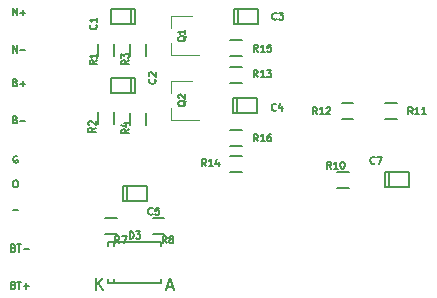
<source format=gto>
G04 #@! TF.FileFunction,Legend,Top*
%FSLAX46Y46*%
G04 Gerber Fmt 4.6, Leading zero omitted, Abs format (unit mm)*
G04 Created by KiCad (PCBNEW 4.0.4-1.fc24-product) date Thu Mar  1 09:38:40 2018*
%MOMM*%
%LPD*%
G01*
G04 APERTURE LIST*
%ADD10C,0.100000*%
%ADD11C,0.150000*%
%ADD12C,0.120000*%
G04 APERTURE END LIST*
D10*
D11*
X125742857Y-99382143D02*
X125828571Y-99410714D01*
X125857143Y-99439286D01*
X125885714Y-99496429D01*
X125885714Y-99582143D01*
X125857143Y-99639286D01*
X125828571Y-99667857D01*
X125771429Y-99696429D01*
X125542857Y-99696429D01*
X125542857Y-99096429D01*
X125742857Y-99096429D01*
X125800000Y-99125000D01*
X125828571Y-99153571D01*
X125857143Y-99210714D01*
X125857143Y-99267857D01*
X125828571Y-99325000D01*
X125800000Y-99353571D01*
X125742857Y-99382143D01*
X125542857Y-99382143D01*
X126057143Y-99096429D02*
X126400000Y-99096429D01*
X126228571Y-99696429D02*
X126228571Y-99096429D01*
X126600000Y-99467857D02*
X127057143Y-99467857D01*
X125742857Y-102532143D02*
X125828571Y-102560714D01*
X125857143Y-102589286D01*
X125885714Y-102646429D01*
X125885714Y-102732143D01*
X125857143Y-102789286D01*
X125828571Y-102817857D01*
X125771429Y-102846429D01*
X125542857Y-102846429D01*
X125542857Y-102246429D01*
X125742857Y-102246429D01*
X125800000Y-102275000D01*
X125828571Y-102303571D01*
X125857143Y-102360714D01*
X125857143Y-102417857D01*
X125828571Y-102475000D01*
X125800000Y-102503571D01*
X125742857Y-102532143D01*
X125542857Y-102532143D01*
X126057143Y-102246429D02*
X126400000Y-102246429D01*
X126228571Y-102846429D02*
X126228571Y-102246429D01*
X126600000Y-102617857D02*
X127057143Y-102617857D01*
X126828572Y-102846429D02*
X126828572Y-102389286D01*
X126057143Y-91600000D02*
X126000000Y-91571429D01*
X125914286Y-91571429D01*
X125828571Y-91600000D01*
X125771429Y-91657143D01*
X125742857Y-91714286D01*
X125714286Y-91828571D01*
X125714286Y-91914286D01*
X125742857Y-92028571D01*
X125771429Y-92085714D01*
X125828571Y-92142857D01*
X125914286Y-92171429D01*
X125971429Y-92171429D01*
X126057143Y-92142857D01*
X126085714Y-92114286D01*
X126085714Y-91914286D01*
X125971429Y-91914286D01*
X125842858Y-93671429D02*
X125957144Y-93671429D01*
X126014286Y-93700000D01*
X126071429Y-93757143D01*
X126100001Y-93871429D01*
X126100001Y-94071429D01*
X126071429Y-94185714D01*
X126014286Y-94242857D01*
X125957144Y-94271429D01*
X125842858Y-94271429D01*
X125785715Y-94242857D01*
X125728572Y-94185714D01*
X125700001Y-94071429D01*
X125700001Y-93871429D01*
X125728572Y-93757143D01*
X125785715Y-93700000D01*
X125842858Y-93671429D01*
X125671429Y-96142857D02*
X126128572Y-96142857D01*
X125871429Y-85382143D02*
X125957143Y-85410714D01*
X125985715Y-85439286D01*
X126014286Y-85496429D01*
X126014286Y-85582143D01*
X125985715Y-85639286D01*
X125957143Y-85667857D01*
X125900001Y-85696429D01*
X125671429Y-85696429D01*
X125671429Y-85096429D01*
X125871429Y-85096429D01*
X125928572Y-85125000D01*
X125957143Y-85153571D01*
X125985715Y-85210714D01*
X125985715Y-85267857D01*
X125957143Y-85325000D01*
X125928572Y-85353571D01*
X125871429Y-85382143D01*
X125671429Y-85382143D01*
X126271429Y-85467857D02*
X126728572Y-85467857D01*
X126500001Y-85696429D02*
X126500001Y-85239286D01*
X125871429Y-88532143D02*
X125957143Y-88560714D01*
X125985715Y-88589286D01*
X126014286Y-88646429D01*
X126014286Y-88732143D01*
X125985715Y-88789286D01*
X125957143Y-88817857D01*
X125900001Y-88846429D01*
X125671429Y-88846429D01*
X125671429Y-88246429D01*
X125871429Y-88246429D01*
X125928572Y-88275000D01*
X125957143Y-88303571D01*
X125985715Y-88360714D01*
X125985715Y-88417857D01*
X125957143Y-88475000D01*
X125928572Y-88503571D01*
X125871429Y-88532143D01*
X125671429Y-88532143D01*
X126271429Y-88617857D02*
X126728572Y-88617857D01*
X125657143Y-79696429D02*
X125657143Y-79096429D01*
X126000000Y-79696429D01*
X126000000Y-79096429D01*
X126285714Y-79467857D02*
X126742857Y-79467857D01*
X126514286Y-79696429D02*
X126514286Y-79239286D01*
X125657143Y-82846429D02*
X125657143Y-82246429D01*
X126000000Y-82846429D01*
X126000000Y-82246429D01*
X126285714Y-82617857D02*
X126742857Y-82617857D01*
X134500000Y-98175000D02*
X133500000Y-98175000D01*
X133500000Y-96825000D02*
X134500000Y-96825000D01*
X135635000Y-79165000D02*
X135635000Y-80435000D01*
X133984000Y-79165000D02*
X133984000Y-80435000D01*
X133984000Y-80435000D02*
X136016000Y-80435000D01*
X136016000Y-80435000D02*
X136016000Y-79165000D01*
X136016000Y-79165000D02*
X133984000Y-79165000D01*
X135635000Y-84965000D02*
X135635000Y-86235000D01*
X133984000Y-84965000D02*
X133984000Y-86235000D01*
X133984000Y-86235000D02*
X136016000Y-86235000D01*
X136016000Y-86235000D02*
X136016000Y-84965000D01*
X136016000Y-84965000D02*
X133984000Y-84965000D01*
X144765000Y-80435000D02*
X144765000Y-79165000D01*
X146416000Y-80435000D02*
X146416000Y-79165000D01*
X146416000Y-79165000D02*
X144384000Y-79165000D01*
X144384000Y-79165000D02*
X144384000Y-80435000D01*
X144384000Y-80435000D02*
X146416000Y-80435000D01*
X144665000Y-87935000D02*
X144665000Y-86665000D01*
X146316000Y-87935000D02*
X146316000Y-86665000D01*
X146316000Y-86665000D02*
X144284000Y-86665000D01*
X144284000Y-86665000D02*
X144284000Y-87935000D01*
X144284000Y-87935000D02*
X146316000Y-87935000D01*
X135365000Y-95435000D02*
X135365000Y-94165000D01*
X137016000Y-95435000D02*
X137016000Y-94165000D01*
X137016000Y-94165000D02*
X134984000Y-94165000D01*
X134984000Y-94165000D02*
X134984000Y-95435000D01*
X134984000Y-95435000D02*
X137016000Y-95435000D01*
X157541020Y-94235000D02*
X157541020Y-92965000D01*
X159192020Y-94235000D02*
X159192020Y-92965000D01*
X159192020Y-92965000D02*
X157160020Y-92965000D01*
X157160020Y-92965000D02*
X157160020Y-94235000D01*
X157160020Y-94235000D02*
X159192020Y-94235000D01*
D12*
X141450000Y-83050000D02*
X139050000Y-83050000D01*
X139050000Y-83050000D02*
X139050000Y-82000000D01*
X140850000Y-79750000D02*
X139050000Y-79750000D01*
X139050000Y-79750000D02*
X139050000Y-80800000D01*
X141450000Y-88550000D02*
X139050000Y-88550000D01*
X139050000Y-88550000D02*
X139050000Y-87500000D01*
X140850000Y-85250000D02*
X139050000Y-85250000D01*
X139050000Y-85250000D02*
X139050000Y-86300000D01*
D11*
X132925000Y-83100000D02*
X132925000Y-82100000D01*
X134275000Y-82100000D02*
X134275000Y-83100000D01*
X132925000Y-88900000D02*
X132925000Y-87900000D01*
X134275000Y-87900000D02*
X134275000Y-88900000D01*
X135625000Y-83100000D02*
X135625000Y-82100000D01*
X136975000Y-82100000D02*
X136975000Y-83100000D01*
X135625000Y-88950000D02*
X135625000Y-87950000D01*
X136975000Y-87950000D02*
X136975000Y-88950000D01*
X138500000Y-98175000D02*
X137500000Y-98175000D01*
X137500000Y-96825000D02*
X138500000Y-96825000D01*
X153100000Y-92925000D02*
X154100000Y-92925000D01*
X154100000Y-94275000D02*
X153100000Y-94275000D01*
X157200000Y-87125000D02*
X158200000Y-87125000D01*
X158200000Y-88475000D02*
X157200000Y-88475000D01*
X153500000Y-87125000D02*
X154500000Y-87125000D01*
X154500000Y-88475000D02*
X153500000Y-88475000D01*
X134200860Y-102350060D02*
X134200860Y-101999540D01*
X134200860Y-98849940D02*
X134200860Y-99200460D01*
X138250440Y-102350060D02*
X138250440Y-101999540D01*
X133749560Y-102350060D02*
X133749560Y-101999540D01*
X133749560Y-98849940D02*
X133749560Y-99200460D01*
X138250440Y-98849940D02*
X138250440Y-99200460D01*
X133749560Y-102350060D02*
X138250440Y-102350060D01*
X133749560Y-98849940D02*
X138250440Y-98849940D01*
X145100000Y-85425000D02*
X144100000Y-85425000D01*
X144100000Y-84075000D02*
X145100000Y-84075000D01*
X144100000Y-91625000D02*
X145100000Y-91625000D01*
X145100000Y-92975000D02*
X144100000Y-92975000D01*
X144100000Y-81825000D02*
X145100000Y-81825000D01*
X145100000Y-83175000D02*
X144100000Y-83175000D01*
X144100000Y-89425000D02*
X145100000Y-89425000D01*
X145100000Y-90775000D02*
X144100000Y-90775000D01*
X134700000Y-98971429D02*
X134500000Y-98685714D01*
X134357143Y-98971429D02*
X134357143Y-98371429D01*
X134585715Y-98371429D01*
X134642857Y-98400000D01*
X134671429Y-98428571D01*
X134700000Y-98485714D01*
X134700000Y-98571429D01*
X134671429Y-98628571D01*
X134642857Y-98657143D01*
X134585715Y-98685714D01*
X134357143Y-98685714D01*
X134900000Y-98371429D02*
X135300000Y-98371429D01*
X135042857Y-98971429D01*
X132714286Y-80500000D02*
X132742857Y-80528571D01*
X132771429Y-80614285D01*
X132771429Y-80671428D01*
X132742857Y-80757143D01*
X132685714Y-80814285D01*
X132628571Y-80842857D01*
X132514286Y-80871428D01*
X132428571Y-80871428D01*
X132314286Y-80842857D01*
X132257143Y-80814285D01*
X132200000Y-80757143D01*
X132171429Y-80671428D01*
X132171429Y-80614285D01*
X132200000Y-80528571D01*
X132228571Y-80500000D01*
X132771429Y-79928571D02*
X132771429Y-80271428D01*
X132771429Y-80100000D02*
X132171429Y-80100000D01*
X132257143Y-80157143D01*
X132314286Y-80214285D01*
X132342857Y-80271428D01*
X137714286Y-85100000D02*
X137742857Y-85128571D01*
X137771429Y-85214285D01*
X137771429Y-85271428D01*
X137742857Y-85357143D01*
X137685714Y-85414285D01*
X137628571Y-85442857D01*
X137514286Y-85471428D01*
X137428571Y-85471428D01*
X137314286Y-85442857D01*
X137257143Y-85414285D01*
X137200000Y-85357143D01*
X137171429Y-85271428D01*
X137171429Y-85214285D01*
X137200000Y-85128571D01*
X137228571Y-85100000D01*
X137228571Y-84871428D02*
X137200000Y-84842857D01*
X137171429Y-84785714D01*
X137171429Y-84642857D01*
X137200000Y-84585714D01*
X137228571Y-84557143D01*
X137285714Y-84528571D01*
X137342857Y-84528571D01*
X137428571Y-84557143D01*
X137771429Y-84900000D01*
X137771429Y-84528571D01*
X148000000Y-80014286D02*
X147971429Y-80042857D01*
X147885715Y-80071429D01*
X147828572Y-80071429D01*
X147742857Y-80042857D01*
X147685715Y-79985714D01*
X147657143Y-79928571D01*
X147628572Y-79814286D01*
X147628572Y-79728571D01*
X147657143Y-79614286D01*
X147685715Y-79557143D01*
X147742857Y-79500000D01*
X147828572Y-79471429D01*
X147885715Y-79471429D01*
X147971429Y-79500000D01*
X148000000Y-79528571D01*
X148200000Y-79471429D02*
X148571429Y-79471429D01*
X148371429Y-79700000D01*
X148457143Y-79700000D01*
X148514286Y-79728571D01*
X148542857Y-79757143D01*
X148571429Y-79814286D01*
X148571429Y-79957143D01*
X148542857Y-80014286D01*
X148514286Y-80042857D01*
X148457143Y-80071429D01*
X148285715Y-80071429D01*
X148228572Y-80042857D01*
X148200000Y-80014286D01*
X147950000Y-87714286D02*
X147921429Y-87742857D01*
X147835715Y-87771429D01*
X147778572Y-87771429D01*
X147692857Y-87742857D01*
X147635715Y-87685714D01*
X147607143Y-87628571D01*
X147578572Y-87514286D01*
X147578572Y-87428571D01*
X147607143Y-87314286D01*
X147635715Y-87257143D01*
X147692857Y-87200000D01*
X147778572Y-87171429D01*
X147835715Y-87171429D01*
X147921429Y-87200000D01*
X147950000Y-87228571D01*
X148464286Y-87371429D02*
X148464286Y-87771429D01*
X148321429Y-87142857D02*
X148178572Y-87571429D01*
X148550000Y-87571429D01*
X137500000Y-96514286D02*
X137471429Y-96542857D01*
X137385715Y-96571429D01*
X137328572Y-96571429D01*
X137242857Y-96542857D01*
X137185715Y-96485714D01*
X137157143Y-96428571D01*
X137128572Y-96314286D01*
X137128572Y-96228571D01*
X137157143Y-96114286D01*
X137185715Y-96057143D01*
X137242857Y-96000000D01*
X137328572Y-95971429D01*
X137385715Y-95971429D01*
X137471429Y-96000000D01*
X137500000Y-96028571D01*
X138042857Y-95971429D02*
X137757143Y-95971429D01*
X137728572Y-96257143D01*
X137757143Y-96228571D01*
X137814286Y-96200000D01*
X137957143Y-96200000D01*
X138014286Y-96228571D01*
X138042857Y-96257143D01*
X138071429Y-96314286D01*
X138071429Y-96457143D01*
X138042857Y-96514286D01*
X138014286Y-96542857D01*
X137957143Y-96571429D01*
X137814286Y-96571429D01*
X137757143Y-96542857D01*
X137728572Y-96514286D01*
X156300000Y-92214286D02*
X156271429Y-92242857D01*
X156185715Y-92271429D01*
X156128572Y-92271429D01*
X156042857Y-92242857D01*
X155985715Y-92185714D01*
X155957143Y-92128571D01*
X155928572Y-92014286D01*
X155928572Y-91928571D01*
X155957143Y-91814286D01*
X155985715Y-91757143D01*
X156042857Y-91700000D01*
X156128572Y-91671429D01*
X156185715Y-91671429D01*
X156271429Y-91700000D01*
X156300000Y-91728571D01*
X156500000Y-91671429D02*
X156900000Y-91671429D01*
X156642857Y-92271429D01*
X140328571Y-81457143D02*
X140300000Y-81514286D01*
X140242857Y-81571429D01*
X140157143Y-81657143D01*
X140128571Y-81714286D01*
X140128571Y-81771429D01*
X140271429Y-81742857D02*
X140242857Y-81800000D01*
X140185714Y-81857143D01*
X140071429Y-81885714D01*
X139871429Y-81885714D01*
X139757143Y-81857143D01*
X139700000Y-81800000D01*
X139671429Y-81742857D01*
X139671429Y-81628571D01*
X139700000Y-81571429D01*
X139757143Y-81514286D01*
X139871429Y-81485714D01*
X140071429Y-81485714D01*
X140185714Y-81514286D01*
X140242857Y-81571429D01*
X140271429Y-81628571D01*
X140271429Y-81742857D01*
X140271429Y-80914286D02*
X140271429Y-81257143D01*
X140271429Y-81085715D02*
X139671429Y-81085715D01*
X139757143Y-81142858D01*
X139814286Y-81200000D01*
X139842857Y-81257143D01*
X140333333Y-86932143D02*
X140304762Y-86989286D01*
X140247619Y-87046429D01*
X140161905Y-87132143D01*
X140133333Y-87189286D01*
X140133333Y-87246429D01*
X140276191Y-87217857D02*
X140247619Y-87275000D01*
X140190476Y-87332143D01*
X140076191Y-87360714D01*
X139876191Y-87360714D01*
X139761905Y-87332143D01*
X139704762Y-87275000D01*
X139676191Y-87217857D01*
X139676191Y-87103571D01*
X139704762Y-87046429D01*
X139761905Y-86989286D01*
X139876191Y-86960714D01*
X140076191Y-86960714D01*
X140190476Y-86989286D01*
X140247619Y-87046429D01*
X140276191Y-87103571D01*
X140276191Y-87217857D01*
X139733333Y-86732143D02*
X139704762Y-86703572D01*
X139676191Y-86646429D01*
X139676191Y-86503572D01*
X139704762Y-86446429D01*
X139733333Y-86417858D01*
X139790476Y-86389286D01*
X139847619Y-86389286D01*
X139933333Y-86417858D01*
X140276191Y-86760715D01*
X140276191Y-86389286D01*
X132771429Y-83500000D02*
X132485714Y-83700000D01*
X132771429Y-83842857D02*
X132171429Y-83842857D01*
X132171429Y-83614285D01*
X132200000Y-83557143D01*
X132228571Y-83528571D01*
X132285714Y-83500000D01*
X132371429Y-83500000D01*
X132428571Y-83528571D01*
X132457143Y-83557143D01*
X132485714Y-83614285D01*
X132485714Y-83842857D01*
X132771429Y-82928571D02*
X132771429Y-83271428D01*
X132771429Y-83100000D02*
X132171429Y-83100000D01*
X132257143Y-83157143D01*
X132314286Y-83214285D01*
X132342857Y-83271428D01*
X132671429Y-89200000D02*
X132385714Y-89400000D01*
X132671429Y-89542857D02*
X132071429Y-89542857D01*
X132071429Y-89314285D01*
X132100000Y-89257143D01*
X132128571Y-89228571D01*
X132185714Y-89200000D01*
X132271429Y-89200000D01*
X132328571Y-89228571D01*
X132357143Y-89257143D01*
X132385714Y-89314285D01*
X132385714Y-89542857D01*
X132128571Y-88971428D02*
X132100000Y-88942857D01*
X132071429Y-88885714D01*
X132071429Y-88742857D01*
X132100000Y-88685714D01*
X132128571Y-88657143D01*
X132185714Y-88628571D01*
X132242857Y-88628571D01*
X132328571Y-88657143D01*
X132671429Y-89000000D01*
X132671429Y-88628571D01*
X135471429Y-83500000D02*
X135185714Y-83700000D01*
X135471429Y-83842857D02*
X134871429Y-83842857D01*
X134871429Y-83614285D01*
X134900000Y-83557143D01*
X134928571Y-83528571D01*
X134985714Y-83500000D01*
X135071429Y-83500000D01*
X135128571Y-83528571D01*
X135157143Y-83557143D01*
X135185714Y-83614285D01*
X135185714Y-83842857D01*
X134871429Y-83300000D02*
X134871429Y-82928571D01*
X135100000Y-83128571D01*
X135100000Y-83042857D01*
X135128571Y-82985714D01*
X135157143Y-82957143D01*
X135214286Y-82928571D01*
X135357143Y-82928571D01*
X135414286Y-82957143D01*
X135442857Y-82985714D01*
X135471429Y-83042857D01*
X135471429Y-83214285D01*
X135442857Y-83271428D01*
X135414286Y-83300000D01*
X135471429Y-89350000D02*
X135185714Y-89550000D01*
X135471429Y-89692857D02*
X134871429Y-89692857D01*
X134871429Y-89464285D01*
X134900000Y-89407143D01*
X134928571Y-89378571D01*
X134985714Y-89350000D01*
X135071429Y-89350000D01*
X135128571Y-89378571D01*
X135157143Y-89407143D01*
X135185714Y-89464285D01*
X135185714Y-89692857D01*
X135071429Y-88835714D02*
X135471429Y-88835714D01*
X134842857Y-88978571D02*
X135271429Y-89121428D01*
X135271429Y-88750000D01*
X138700000Y-98971429D02*
X138500000Y-98685714D01*
X138357143Y-98971429D02*
X138357143Y-98371429D01*
X138585715Y-98371429D01*
X138642857Y-98400000D01*
X138671429Y-98428571D01*
X138700000Y-98485714D01*
X138700000Y-98571429D01*
X138671429Y-98628571D01*
X138642857Y-98657143D01*
X138585715Y-98685714D01*
X138357143Y-98685714D01*
X139042857Y-98628571D02*
X138985715Y-98600000D01*
X138957143Y-98571429D01*
X138928572Y-98514286D01*
X138928572Y-98485714D01*
X138957143Y-98428571D01*
X138985715Y-98400000D01*
X139042857Y-98371429D01*
X139157143Y-98371429D01*
X139214286Y-98400000D01*
X139242857Y-98428571D01*
X139271429Y-98485714D01*
X139271429Y-98514286D01*
X139242857Y-98571429D01*
X139214286Y-98600000D01*
X139157143Y-98628571D01*
X139042857Y-98628571D01*
X138985715Y-98657143D01*
X138957143Y-98685714D01*
X138928572Y-98742857D01*
X138928572Y-98857143D01*
X138957143Y-98914286D01*
X138985715Y-98942857D01*
X139042857Y-98971429D01*
X139157143Y-98971429D01*
X139214286Y-98942857D01*
X139242857Y-98914286D01*
X139271429Y-98857143D01*
X139271429Y-98742857D01*
X139242857Y-98685714D01*
X139214286Y-98657143D01*
X139157143Y-98628571D01*
X152614285Y-92671429D02*
X152414285Y-92385714D01*
X152271428Y-92671429D02*
X152271428Y-92071429D01*
X152500000Y-92071429D01*
X152557142Y-92100000D01*
X152585714Y-92128571D01*
X152614285Y-92185714D01*
X152614285Y-92271429D01*
X152585714Y-92328571D01*
X152557142Y-92357143D01*
X152500000Y-92385714D01*
X152271428Y-92385714D01*
X153185714Y-92671429D02*
X152842857Y-92671429D01*
X153014285Y-92671429D02*
X153014285Y-92071429D01*
X152957142Y-92157143D01*
X152900000Y-92214286D01*
X152842857Y-92242857D01*
X153557143Y-92071429D02*
X153614286Y-92071429D01*
X153671429Y-92100000D01*
X153700000Y-92128571D01*
X153728571Y-92185714D01*
X153757143Y-92300000D01*
X153757143Y-92442857D01*
X153728571Y-92557143D01*
X153700000Y-92614286D01*
X153671429Y-92642857D01*
X153614286Y-92671429D01*
X153557143Y-92671429D01*
X153500000Y-92642857D01*
X153471429Y-92614286D01*
X153442857Y-92557143D01*
X153414286Y-92442857D01*
X153414286Y-92300000D01*
X153442857Y-92185714D01*
X153471429Y-92128571D01*
X153500000Y-92100000D01*
X153557143Y-92071429D01*
X159514285Y-88071429D02*
X159314285Y-87785714D01*
X159171428Y-88071429D02*
X159171428Y-87471429D01*
X159400000Y-87471429D01*
X159457142Y-87500000D01*
X159485714Y-87528571D01*
X159514285Y-87585714D01*
X159514285Y-87671429D01*
X159485714Y-87728571D01*
X159457142Y-87757143D01*
X159400000Y-87785714D01*
X159171428Y-87785714D01*
X160085714Y-88071429D02*
X159742857Y-88071429D01*
X159914285Y-88071429D02*
X159914285Y-87471429D01*
X159857142Y-87557143D01*
X159800000Y-87614286D01*
X159742857Y-87642857D01*
X160657143Y-88071429D02*
X160314286Y-88071429D01*
X160485714Y-88071429D02*
X160485714Y-87471429D01*
X160428571Y-87557143D01*
X160371429Y-87614286D01*
X160314286Y-87642857D01*
X151414285Y-88071429D02*
X151214285Y-87785714D01*
X151071428Y-88071429D02*
X151071428Y-87471429D01*
X151300000Y-87471429D01*
X151357142Y-87500000D01*
X151385714Y-87528571D01*
X151414285Y-87585714D01*
X151414285Y-87671429D01*
X151385714Y-87728571D01*
X151357142Y-87757143D01*
X151300000Y-87785714D01*
X151071428Y-87785714D01*
X151985714Y-88071429D02*
X151642857Y-88071429D01*
X151814285Y-88071429D02*
X151814285Y-87471429D01*
X151757142Y-87557143D01*
X151700000Y-87614286D01*
X151642857Y-87642857D01*
X152214286Y-87528571D02*
X152242857Y-87500000D01*
X152300000Y-87471429D01*
X152442857Y-87471429D01*
X152500000Y-87500000D01*
X152528571Y-87528571D01*
X152557143Y-87585714D01*
X152557143Y-87642857D01*
X152528571Y-87728571D01*
X152185714Y-88071429D01*
X152557143Y-88071429D01*
X135557143Y-98596428D02*
X135557143Y-97996428D01*
X135700000Y-97996428D01*
X135785715Y-98024999D01*
X135842857Y-98082142D01*
X135871429Y-98139285D01*
X135900000Y-98253570D01*
X135900000Y-98339285D01*
X135871429Y-98453570D01*
X135842857Y-98510713D01*
X135785715Y-98567856D01*
X135700000Y-98596428D01*
X135557143Y-98596428D01*
X136100000Y-97996428D02*
X136471429Y-97996428D01*
X136271429Y-98224999D01*
X136357143Y-98224999D01*
X136414286Y-98253570D01*
X136442857Y-98282142D01*
X136471429Y-98339285D01*
X136471429Y-98482142D01*
X136442857Y-98539285D01*
X136414286Y-98567856D01*
X136357143Y-98596428D01*
X136185715Y-98596428D01*
X136128572Y-98567856D01*
X136100000Y-98539285D01*
X132738095Y-102952381D02*
X132738095Y-101952381D01*
X133309524Y-102952381D02*
X132880952Y-102380952D01*
X133309524Y-101952381D02*
X132738095Y-102523810D01*
X138761905Y-102666667D02*
X139238096Y-102666667D01*
X138666667Y-102952381D02*
X139000000Y-101952381D01*
X139333334Y-102952381D01*
X146414285Y-84921429D02*
X146214285Y-84635714D01*
X146071428Y-84921429D02*
X146071428Y-84321429D01*
X146300000Y-84321429D01*
X146357142Y-84350000D01*
X146385714Y-84378571D01*
X146414285Y-84435714D01*
X146414285Y-84521429D01*
X146385714Y-84578571D01*
X146357142Y-84607143D01*
X146300000Y-84635714D01*
X146071428Y-84635714D01*
X146985714Y-84921429D02*
X146642857Y-84921429D01*
X146814285Y-84921429D02*
X146814285Y-84321429D01*
X146757142Y-84407143D01*
X146700000Y-84464286D01*
X146642857Y-84492857D01*
X147185714Y-84321429D02*
X147557143Y-84321429D01*
X147357143Y-84550000D01*
X147442857Y-84550000D01*
X147500000Y-84578571D01*
X147528571Y-84607143D01*
X147557143Y-84664286D01*
X147557143Y-84807143D01*
X147528571Y-84864286D01*
X147500000Y-84892857D01*
X147442857Y-84921429D01*
X147271429Y-84921429D01*
X147214286Y-84892857D01*
X147185714Y-84864286D01*
X142014285Y-92471429D02*
X141814285Y-92185714D01*
X141671428Y-92471429D02*
X141671428Y-91871429D01*
X141900000Y-91871429D01*
X141957142Y-91900000D01*
X141985714Y-91928571D01*
X142014285Y-91985714D01*
X142014285Y-92071429D01*
X141985714Y-92128571D01*
X141957142Y-92157143D01*
X141900000Y-92185714D01*
X141671428Y-92185714D01*
X142585714Y-92471429D02*
X142242857Y-92471429D01*
X142414285Y-92471429D02*
X142414285Y-91871429D01*
X142357142Y-91957143D01*
X142300000Y-92014286D01*
X142242857Y-92042857D01*
X143100000Y-92071429D02*
X143100000Y-92471429D01*
X142957143Y-91842857D02*
X142814286Y-92271429D01*
X143185714Y-92271429D01*
X146414285Y-82771429D02*
X146214285Y-82485714D01*
X146071428Y-82771429D02*
X146071428Y-82171429D01*
X146300000Y-82171429D01*
X146357142Y-82200000D01*
X146385714Y-82228571D01*
X146414285Y-82285714D01*
X146414285Y-82371429D01*
X146385714Y-82428571D01*
X146357142Y-82457143D01*
X146300000Y-82485714D01*
X146071428Y-82485714D01*
X146985714Y-82771429D02*
X146642857Y-82771429D01*
X146814285Y-82771429D02*
X146814285Y-82171429D01*
X146757142Y-82257143D01*
X146700000Y-82314286D01*
X146642857Y-82342857D01*
X147528571Y-82171429D02*
X147242857Y-82171429D01*
X147214286Y-82457143D01*
X147242857Y-82428571D01*
X147300000Y-82400000D01*
X147442857Y-82400000D01*
X147500000Y-82428571D01*
X147528571Y-82457143D01*
X147557143Y-82514286D01*
X147557143Y-82657143D01*
X147528571Y-82714286D01*
X147500000Y-82742857D01*
X147442857Y-82771429D01*
X147300000Y-82771429D01*
X147242857Y-82742857D01*
X147214286Y-82714286D01*
X146414285Y-90371429D02*
X146214285Y-90085714D01*
X146071428Y-90371429D02*
X146071428Y-89771429D01*
X146300000Y-89771429D01*
X146357142Y-89800000D01*
X146385714Y-89828571D01*
X146414285Y-89885714D01*
X146414285Y-89971429D01*
X146385714Y-90028571D01*
X146357142Y-90057143D01*
X146300000Y-90085714D01*
X146071428Y-90085714D01*
X146985714Y-90371429D02*
X146642857Y-90371429D01*
X146814285Y-90371429D02*
X146814285Y-89771429D01*
X146757142Y-89857143D01*
X146700000Y-89914286D01*
X146642857Y-89942857D01*
X147500000Y-89771429D02*
X147385714Y-89771429D01*
X147328571Y-89800000D01*
X147300000Y-89828571D01*
X147242857Y-89914286D01*
X147214286Y-90028571D01*
X147214286Y-90257143D01*
X147242857Y-90314286D01*
X147271429Y-90342857D01*
X147328571Y-90371429D01*
X147442857Y-90371429D01*
X147500000Y-90342857D01*
X147528571Y-90314286D01*
X147557143Y-90257143D01*
X147557143Y-90114286D01*
X147528571Y-90057143D01*
X147500000Y-90028571D01*
X147442857Y-90000000D01*
X147328571Y-90000000D01*
X147271429Y-90028571D01*
X147242857Y-90057143D01*
X147214286Y-90114286D01*
M02*

</source>
